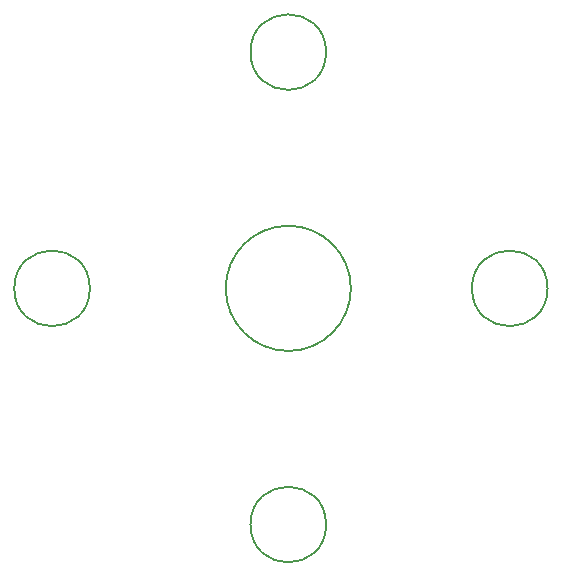
<source format=gbr>
%TF.GenerationSoftware,KiCad,Pcbnew,(5.1.9)-1*%
%TF.CreationDate,2021-04-12T23:12:51+02:00*%
%TF.ProjectId,Version1Female,56657273-696f-46e3-9146-656d616c652e,rev?*%
%TF.SameCoordinates,Original*%
%TF.FileFunction,Other,Comment*%
%FSLAX46Y46*%
G04 Gerber Fmt 4.6, Leading zero omitted, Abs format (unit mm)*
G04 Created by KiCad (PCBNEW (5.1.9)-1) date 2021-04-12 23:12:51*
%MOMM*%
%LPD*%
G01*
G04 APERTURE LIST*
%ADD10C,0.150000*%
G04 APERTURE END LIST*
D10*
%TO.C,REF\u002A\u002A*%
X142950000Y-71500000D02*
G75*
G03*
X142950000Y-71500000I-3200000J0D01*
G01*
X122950000Y-91500000D02*
G75*
G03*
X122950000Y-91500000I-3200000J0D01*
G01*
X142950000Y-111500000D02*
G75*
G03*
X142950000Y-111500000I-3200000J0D01*
G01*
X161700000Y-91500000D02*
G75*
G03*
X161700000Y-91500000I-3200000J0D01*
G01*
X145050000Y-91500000D02*
G75*
G03*
X145050000Y-91500000I-5300000J0D01*
G01*
%TD*%
M02*

</source>
